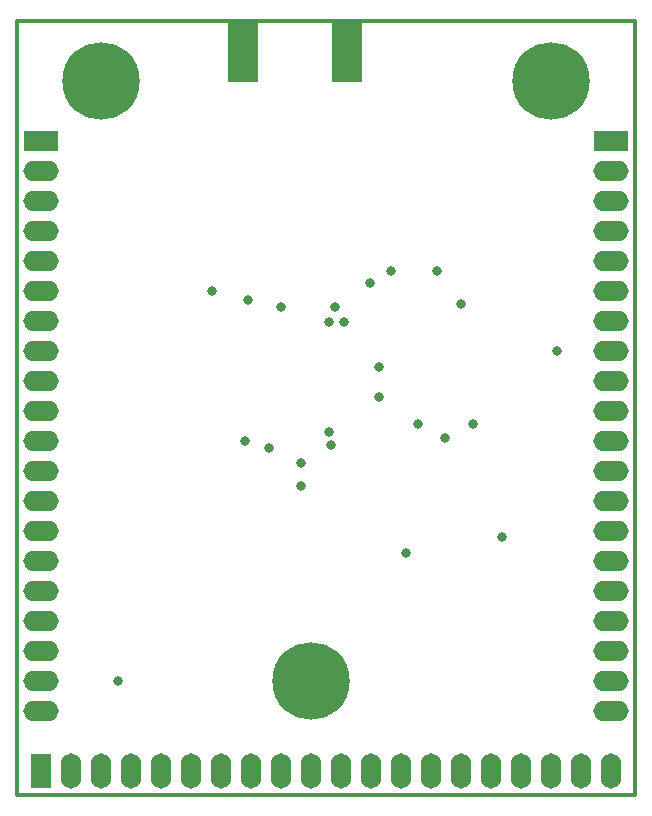
<source format=gbs>
G04 Layer_Color=16711935*
%FSLAX25Y25*%
%MOIN*%
G70*
G01*
G75*
%ADD26C,0.01181*%
%ADD40R,0.10308X0.20800*%
%ADD49C,0.25800*%
%ADD50R,0.11800X0.06800*%
%ADD51O,0.11800X0.06800*%
%ADD52R,0.06800X0.11800*%
%ADD53O,0.06800X0.11800*%
%ADD54C,0.03200*%
D26*
X286500Y216000D02*
Y474000D01*
X492500D01*
Y216000D02*
Y474000D01*
X286500Y216000D02*
X492500D01*
D40*
X396254Y464000D02*
D03*
X361746D02*
D03*
D49*
X384500Y254000D02*
D03*
X314500Y454000D02*
D03*
X464500D02*
D03*
D50*
X294500Y434000D02*
D03*
X484500D02*
D03*
D51*
X294500Y424000D02*
D03*
Y414000D02*
D03*
Y404000D02*
D03*
Y394000D02*
D03*
Y384000D02*
D03*
Y374000D02*
D03*
Y364000D02*
D03*
Y354000D02*
D03*
Y344000D02*
D03*
Y334000D02*
D03*
Y324000D02*
D03*
Y314000D02*
D03*
Y304000D02*
D03*
Y294000D02*
D03*
Y284000D02*
D03*
Y274000D02*
D03*
Y264000D02*
D03*
Y254000D02*
D03*
Y244000D02*
D03*
X484500Y424000D02*
D03*
Y414000D02*
D03*
Y404000D02*
D03*
Y394000D02*
D03*
Y384000D02*
D03*
Y374000D02*
D03*
Y364000D02*
D03*
Y354000D02*
D03*
Y344000D02*
D03*
Y334000D02*
D03*
Y324000D02*
D03*
Y314000D02*
D03*
Y304000D02*
D03*
Y294000D02*
D03*
Y284000D02*
D03*
Y274000D02*
D03*
Y264000D02*
D03*
Y254000D02*
D03*
Y244000D02*
D03*
D52*
X294500Y224000D02*
D03*
D53*
X304500D02*
D03*
X314500D02*
D03*
X324500D02*
D03*
X334500D02*
D03*
X344500D02*
D03*
X354500D02*
D03*
X364500D02*
D03*
X374500D02*
D03*
X384500D02*
D03*
X394500D02*
D03*
X404500D02*
D03*
X414500D02*
D03*
X424500D02*
D03*
X434500D02*
D03*
X444500D02*
D03*
X454500D02*
D03*
X464500D02*
D03*
X474500D02*
D03*
X484500D02*
D03*
D54*
X407000Y358500D02*
D03*
Y348500D02*
D03*
X320000Y254000D02*
D03*
X404000Y386500D02*
D03*
X411000Y390500D02*
D03*
X426500D02*
D03*
X429000Y335000D02*
D03*
X438500Y339500D02*
D03*
X420000D02*
D03*
X466500Y364000D02*
D03*
X434500Y379500D02*
D03*
X448000Y302000D02*
D03*
X416000Y296500D02*
D03*
X391000Y332500D02*
D03*
X362500Y334000D02*
D03*
X370500Y331500D02*
D03*
X390500Y337000D02*
D03*
X381000Y326500D02*
D03*
Y319000D02*
D03*
X390500Y373500D02*
D03*
X395500D02*
D03*
X351500Y384000D02*
D03*
X374500Y378500D02*
D03*
X392500D02*
D03*
X363500Y381000D02*
D03*
M02*

</source>
